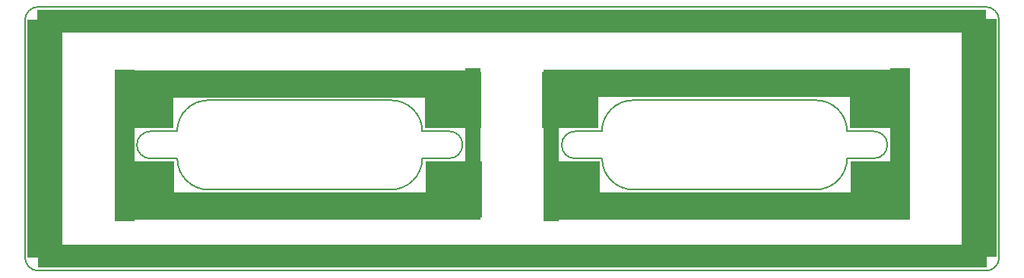
<source format=gbr>
%FSLAX36Y36*%
%MOMM*%
G04 EasyPC Gerber Version 18.0.8 Build 3632 *
%ADD78R,1.66000X16.91000*%
%ADD77R,2.16000X16.91000*%
%ADD27R,3.91000X26.66000*%
%ADD11C,0.12700*%
%ADD23R,105.66000X2.66000*%
%ADD75R,39.36000X3.16000*%
%ADD76R,6.36000X6.36000*%
X0Y0D02*
D02*
D11*
X26087500Y45512700D02*
G75*
G03X24587500Y44012700J-1500000D01*
G01*
Y17512700*
G75*
G03X26087500Y16012700I1500000*
G01*
X131587500*
G75*
G03X133087500Y17512700J1500000*
G01*
Y44012700*
G75*
G03X131587500Y45512700I-1500000*
G01*
X26087500*
X45016500Y35077700D02*
G75*
G03X41532100Y31593300J-3484400D01*
G01*
X38537500*
G75*
G03X37049500Y30105300J-1488000*
G01*
Y30055700*
G75*
G03X38531300Y28573900I1481800*
G01*
X41550700*
Y28561500*
G75*
G03X45022700Y25089500I3472000*
G01*
X65340100*
G75*
G03X68836900Y28586300J3496800*
G01*
X71843900*
G75*
G03X73325700Y30068100J1481800*
G01*
Y30123900*
G75*
G03X71850100Y31599500I-1475600*
G01*
X68836900*
G75*
G03X65358700Y35077700I-3478200*
G01*
X45016500*
X92328700D02*
G75*
G03X88844300Y31593300J-3484400D01*
G01*
X85849700*
G75*
G03X84361700Y30105300J-1488000*
G01*
Y30055700*
G75*
G03X85843500Y28573900I1481800*
G01*
X88862900*
Y28561500*
G75*
G03X92334900Y25089500I3472000*
G01*
X112652300*
G75*
G03X116149100Y28586300J3496800*
G01*
X119156100*
G75*
G03X120637900Y30068100J1481800*
G01*
Y30123900*
G75*
G03X119162300Y31599500I-1475600*
G01*
X116149100*
G75*
G03X112670900Y35077700I-3478200*
G01*
X92328700*
D02*
D23*
X78812500Y43912700D03*
X78862500Y17662700D03*
D02*
D27*
X26787500Y30787700D03*
X130887500Y30837700D03*
D02*
D75*
X54962500Y36912700D03*
X55512500Y23237700D03*
X102162500Y36962700D03*
X102712500Y23287700D03*
D02*
D76*
X37962500Y35062700D03*
X38087500Y25087700D03*
X72237500Y35062700D03*
X72362500Y25087700D03*
X85312500Y35112700D03*
X85437500Y25137700D03*
X119587500Y35112700D03*
X119712500Y25137700D03*
D02*
D77*
X35687500Y30012700D03*
X122037500Y30187700D03*
D02*
D78*
X74487500D03*
X83187500Y30012700D03*
X0Y0D02*
M02*

</source>
